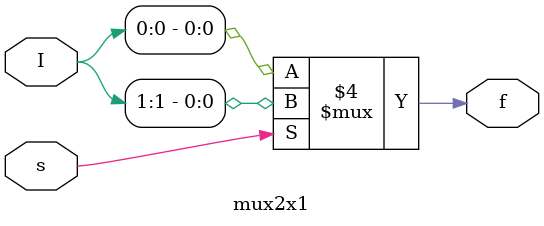
<source format=v>

module mux2x1 (
    input s,
    input [1:0] I,
    output reg f
);

  always @(*) begin
    if (s == 0) f = I[0];
    else f = I[1];
  end

endmodule

</source>
